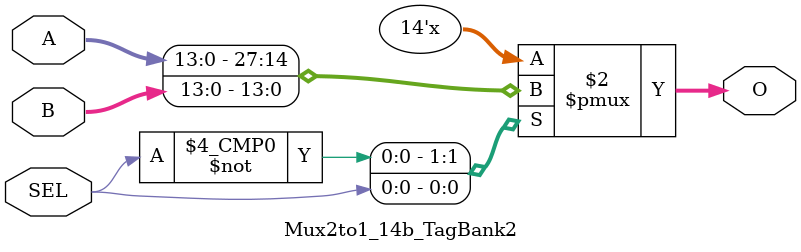
<source format=sv>
`timescale 1ns / 1ps


module Mux2to1_14b_TagBank2(O,A,B,SEL);
parameter k=14;
input [k-1:0]A,B;
input SEL;
output [k-1:0]O;
reg [k-1:0]O;

always @(*) begin
    case(SEL)
        1'b0: O=A;
        1'b1: O=B;        
    endcase

end
endmodule

</source>
